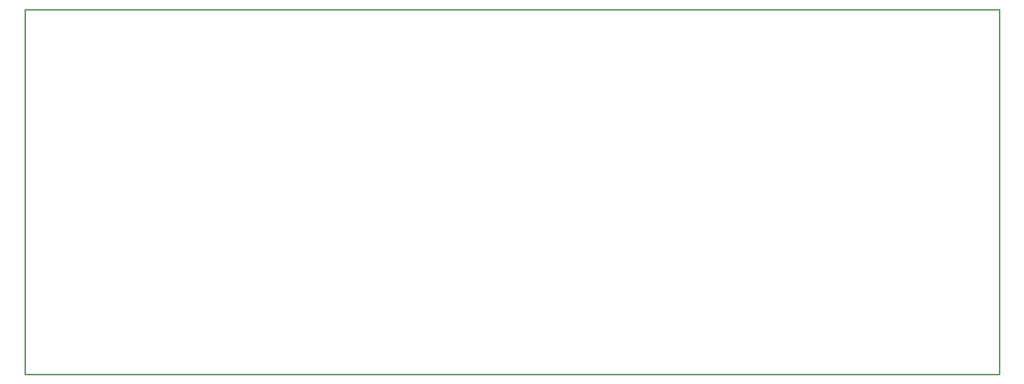
<source format=gko>
G04 Layer: BoardOutlineLayer*
G04 EasyEDA v6.5.38, 2023-12-04 19:03:53*
G04 b5bff3c8101f4f8dbc120533c369a027,9f3f2715377c499da2f37e4e16011465,10*
G04 Gerber Generator version 0.2*
G04 Scale: 100 percent, Rotated: No, Reflected: No *
G04 Dimensions in millimeters *
G04 leading zeros omitted , absolute positions ,4 integer and 5 decimal *
%FSLAX45Y45*%
%MOMM*%

%ADD10C,0.2540*%
D10*
X149999Y12899875D02*
G01*
X18949962Y12899875D01*
X18949962Y5849886D01*
X149999Y5849886D01*
X149999Y12899875D01*

%LPD*%
M02*

</source>
